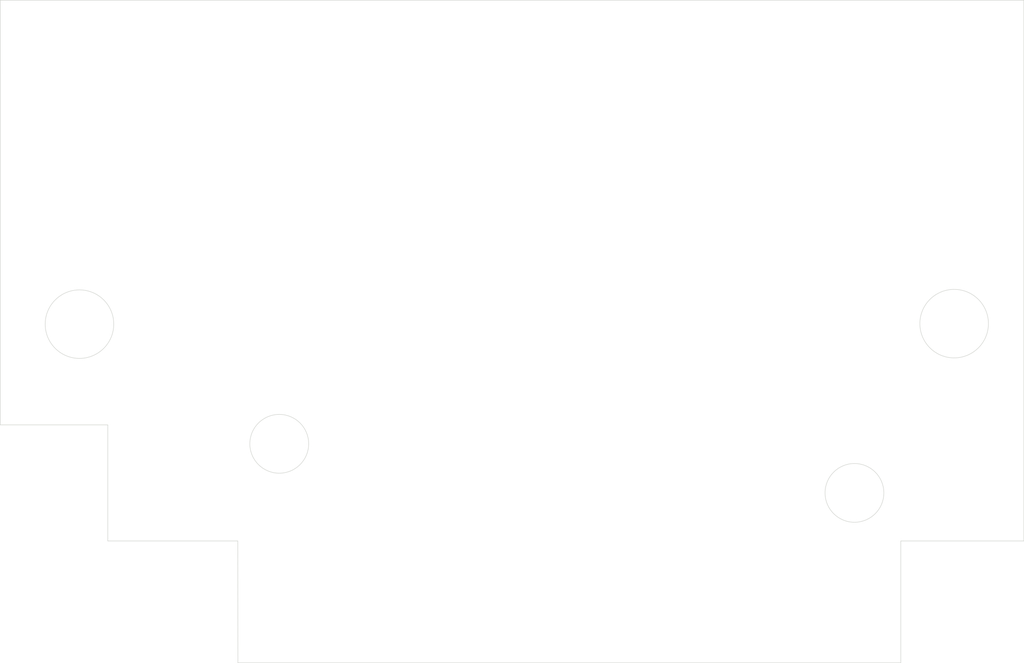
<source format=kicad_pcb>
(kicad_pcb (version 20211014) (generator pcbnew)

  (general
    (thickness 1.6)
  )

  (paper "A4")
  (layers
    (0 "F.Cu" signal)
    (31 "B.Cu" signal)
    (32 "B.Adhes" user "B.Adhesive")
    (33 "F.Adhes" user "F.Adhesive")
    (34 "B.Paste" user)
    (35 "F.Paste" user)
    (36 "B.SilkS" user "B.Silkscreen")
    (37 "F.SilkS" user "F.Silkscreen")
    (38 "B.Mask" user)
    (39 "F.Mask" user)
    (40 "Dwgs.User" user "User.Drawings")
    (41 "Cmts.User" user "User.Comments")
    (42 "Eco1.User" user "User.Eco1")
    (43 "Eco2.User" user "User.Eco2")
    (44 "Edge.Cuts" user)
    (45 "Margin" user)
    (46 "B.CrtYd" user "B.Courtyard")
    (47 "F.CrtYd" user "F.Courtyard")
    (48 "B.Fab" user)
    (49 "F.Fab" user)
    (50 "User.1" user)
    (51 "User.2" user)
    (52 "User.3" user)
    (53 "User.4" user)
    (54 "User.5" user)
    (55 "User.6" user)
    (56 "User.7" user)
    (57 "User.8" user)
    (58 "User.9" user)
  )

  (setup
    (pad_to_mask_clearance 0)
    (pcbplotparams
      (layerselection 0x00010fc_ffffffff)
      (disableapertmacros false)
      (usegerberextensions false)
      (usegerberattributes true)
      (usegerberadvancedattributes true)
      (creategerberjobfile true)
      (svguseinch false)
      (svgprecision 6)
      (excludeedgelayer true)
      (plotframeref false)
      (viasonmask false)
      (mode 1)
      (useauxorigin false)
      (hpglpennumber 1)
      (hpglpenspeed 20)
      (hpglpendiameter 15.000000)
      (dxfpolygonmode true)
      (dxfimperialunits true)
      (dxfusepcbnewfont true)
      (psnegative false)
      (psa4output false)
      (plotreference true)
      (plotvalue true)
      (plotinvisibletext false)
      (sketchpadsonfab false)
      (subtractmaskfromsilk false)
      (outputformat 1)
      (mirror false)
      (drillshape 1)
      (scaleselection 1)
      (outputdirectory "")
    )
  )

  (net 0 "")

  (gr_line (start 192.55 115.11) (end 180.53 115.11) (layer "Edge.Cuts") (width 0.05) (tstamp 3fba9d4c-acde-404d-8d1d-676daa42e0a4))
  (gr_line (start 103.05 115.11) (end 103.05 103.759) (layer "Edge.Cuts") (width 0.05) (tstamp 4b900089-01aa-4668-8ef3-bf3a57bd254a))
  (gr_line (start 115.76 127.02) (end 115.75 115.11) (layer "Edge.Cuts") (width 0.05) (tstamp 4c8f8592-c688-48e7-b40a-8cb13337fb42))
  (gr_line (start 92.5444 103.759) (end 92.54 62.24) (layer "Edge.Cuts") (width 0.05) (tstamp 63cc546e-cf93-4dbc-aba9-24d42004f78c))
  (gr_line (start 92.54 62.24) (end 192.55 62.24) (layer "Edge.Cuts") (width 0.05) (tstamp 94f49e4d-013f-4717-9435-91a26ddc4344))
  (gr_line (start 115.75 115.11) (end 103.05 115.11) (layer "Edge.Cuts") (width 0.05) (tstamp a0f40f85-aeb1-4f8a-b1ae-a7828e09af6f))
  (gr_line (start 103.05 103.759) (end 92.5444 103.759) (layer "Edge.Cuts") (width 0.05) (tstamp bff44105-5704-4f57-8115-4255866a24b6))
  (gr_circle (center 119.8 105.61) (end 121.65 107.81) (layer "Edge.Cuts") (width 0.05) (fill none) (tstamp c0f8d443-e129-44e0-aa9c-3ce920c37a95))
  (gr_line (start 192.55 62.24) (end 192.55 115.11) (layer "Edge.Cuts") (width 0.05) (tstamp c49546a4-2988-4aa5-a624-effc31eb95fe))
  (gr_line (start 180.53 127.02) (end 115.76 127.02) (layer "Edge.Cuts") (width 0.05) (tstamp c524efe3-c0b4-424b-b6c2-3ea47e8bfa6f))
  (gr_circle (center 100.28 93.91) (end 103.629284 93.91) (layer "Edge.Cuts") (width 0.05) (fill none) (tstamp c89f79d9-06ae-408e-9776-bbc0b97408e9))
  (gr_line (start 180.53 115.11) (end 180.53 127.02) (layer "Edge.Cuts") (width 0.05) (tstamp cd9ba46f-18db-48e8-9978-db12b6639d7a))
  (gr_circle (center 185.740716 93.86) (end 189.09 93.86) (layer "Edge.Cuts") (width 0.05) (fill none) (tstamp dc707dce-0f8d-4664-b8b7-9cc830278b41))
  (gr_circle (center 176 110.41) (end 178.45 111.91) (layer "Edge.Cuts") (width 0.05) (fill none) (tstamp ff9490f7-bec5-4bce-87bc-163496c9e853))

)

</source>
